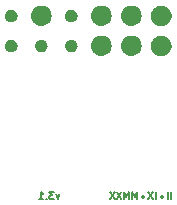
<source format=gbs>
%TF.GenerationSoftware,KiCad,Pcbnew,(5.1.2-1)-1*%
%TF.CreationDate,2020-09-09T12:48:07+02:00*%
%TF.ProjectId,RGB BYPASS AMP v3.1,52474220-4259-4504-9153-5320414d5020,2.21*%
%TF.SameCoordinates,Original*%
%TF.FileFunction,Soldermask,Bot*%
%TF.FilePolarity,Negative*%
%FSLAX46Y46*%
G04 Gerber Fmt 4.6, Leading zero omitted, Abs format (unit mm)*
G04 Created by KiCad (PCBNEW (5.1.2-1)-1) date 2020-09-09 12:48:07*
%MOMM*%
%LPD*%
G04 APERTURE LIST*
%ADD10C,0.150000*%
G04 APERTURE END LIST*
D10*
X74191428Y-148321428D02*
X74191428Y-147721428D01*
X73905714Y-148321428D02*
X73905714Y-147721428D01*
X73448571Y-148035714D02*
X73448571Y-148150000D01*
X73420000Y-148150000D02*
X73420000Y-148035714D01*
X73391428Y-148007142D02*
X73391428Y-148178571D01*
X73362857Y-148150000D02*
X73362857Y-148035714D01*
X73334285Y-148035714D02*
X73334285Y-148150000D01*
X73448571Y-148121428D02*
X73391428Y-148178571D01*
X73334285Y-148121428D01*
X73448571Y-148064285D02*
X73391428Y-148007142D01*
X73334285Y-148064285D01*
X73448571Y-148035714D02*
X73391428Y-148007142D01*
X73334285Y-148035714D01*
X73305714Y-148092857D01*
X73334285Y-148150000D01*
X73391428Y-148178571D01*
X73448571Y-148150000D01*
X73477142Y-148092857D01*
X73448571Y-148035714D01*
X72877142Y-148321428D02*
X72877142Y-147721428D01*
X72648571Y-147721428D02*
X72248571Y-148321428D01*
X72248571Y-147721428D02*
X72648571Y-148321428D01*
X71848571Y-148035714D02*
X71848571Y-148150000D01*
X71820000Y-148150000D02*
X71820000Y-148035714D01*
X71791428Y-148007142D02*
X71791428Y-148178571D01*
X71762857Y-148150000D02*
X71762857Y-148035714D01*
X71734285Y-148035714D02*
X71734285Y-148150000D01*
X71848571Y-148121428D02*
X71791428Y-148178571D01*
X71734285Y-148121428D01*
X71848571Y-148064285D02*
X71791428Y-148007142D01*
X71734285Y-148064285D01*
X71848571Y-148035714D02*
X71791428Y-148007142D01*
X71734285Y-148035714D01*
X71705714Y-148092857D01*
X71734285Y-148150000D01*
X71791428Y-148178571D01*
X71848571Y-148150000D01*
X71877142Y-148092857D01*
X71848571Y-148035714D01*
X71277142Y-148321428D02*
X71277142Y-147721428D01*
X71077142Y-148150000D01*
X70877142Y-147721428D01*
X70877142Y-148321428D01*
X70591428Y-148321428D02*
X70591428Y-147721428D01*
X70391428Y-148150000D01*
X70191428Y-147721428D01*
X70191428Y-148321428D01*
X69962857Y-147721428D02*
X69562857Y-148321428D01*
X69562857Y-147721428D02*
X69962857Y-148321428D01*
X69391428Y-147721428D02*
X68991428Y-148321428D01*
X68991428Y-147721428D02*
X69391428Y-148321428D01*
X64705714Y-147921428D02*
X64562857Y-148321428D01*
X64420000Y-147921428D01*
X64248571Y-147721428D02*
X63877142Y-147721428D01*
X64077142Y-147950000D01*
X63991428Y-147950000D01*
X63934285Y-147978571D01*
X63905714Y-148007142D01*
X63877142Y-148064285D01*
X63877142Y-148207142D01*
X63905714Y-148264285D01*
X63934285Y-148292857D01*
X63991428Y-148321428D01*
X64162857Y-148321428D01*
X64220000Y-148292857D01*
X64248571Y-148264285D01*
X63620000Y-148264285D02*
X63591428Y-148292857D01*
X63620000Y-148321428D01*
X63648571Y-148292857D01*
X63620000Y-148264285D01*
X63620000Y-148321428D01*
X63020000Y-148321428D02*
X63362857Y-148321428D01*
X63191428Y-148321428D02*
X63191428Y-147721428D01*
X63248571Y-147807142D01*
X63305714Y-147864285D01*
X63362857Y-147892857D01*
G36*
X73473442Y-134468407D02*
G01*
X73600231Y-134493626D01*
X73759465Y-134559583D01*
X73759468Y-134559585D01*
X73902780Y-134655343D01*
X74024657Y-134777220D01*
X74086483Y-134869749D01*
X74120417Y-134920535D01*
X74186374Y-135079769D01*
X74203023Y-135163470D01*
X74220000Y-135248820D01*
X74220000Y-135421180D01*
X74216670Y-135437919D01*
X74186374Y-135590231D01*
X74120417Y-135749465D01*
X74120415Y-135749468D01*
X74024657Y-135892780D01*
X73902780Y-136014657D01*
X73759468Y-136110415D01*
X73759465Y-136110417D01*
X73600231Y-136176374D01*
X73494836Y-136197338D01*
X73431180Y-136210000D01*
X73258820Y-136210000D01*
X73195164Y-136197338D01*
X73089769Y-136176374D01*
X72930535Y-136110417D01*
X72930532Y-136110415D01*
X72787220Y-136014657D01*
X72665343Y-135892780D01*
X72569585Y-135749468D01*
X72569583Y-135749465D01*
X72503626Y-135590231D01*
X72473330Y-135437919D01*
X72470000Y-135421180D01*
X72470000Y-135248820D01*
X72486977Y-135163470D01*
X72503626Y-135079769D01*
X72569583Y-134920535D01*
X72603517Y-134869749D01*
X72665343Y-134777220D01*
X72787220Y-134655343D01*
X72930532Y-134559585D01*
X72930535Y-134559583D01*
X73089769Y-134493626D01*
X73216558Y-134468407D01*
X73258820Y-134460000D01*
X73431180Y-134460000D01*
X73473442Y-134468407D01*
X73473442Y-134468407D01*
G37*
G36*
X70976530Y-134472661D02*
G01*
X71141468Y-134522695D01*
X71293476Y-134603944D01*
X71426712Y-134713288D01*
X71536056Y-134846524D01*
X71617305Y-134998532D01*
X71667339Y-135163470D01*
X71684233Y-135335000D01*
X71667339Y-135506530D01*
X71617305Y-135671468D01*
X71536056Y-135823476D01*
X71426712Y-135956712D01*
X71293476Y-136066056D01*
X71141468Y-136147305D01*
X70976530Y-136197339D01*
X70847979Y-136210000D01*
X70762021Y-136210000D01*
X70633470Y-136197339D01*
X70468532Y-136147305D01*
X70316524Y-136066056D01*
X70183288Y-135956712D01*
X70073944Y-135823476D01*
X69992695Y-135671468D01*
X69942661Y-135506530D01*
X69925767Y-135335000D01*
X69942661Y-135163470D01*
X69992695Y-134998532D01*
X70073944Y-134846524D01*
X70183288Y-134713288D01*
X70316524Y-134603944D01*
X70468532Y-134522695D01*
X70633470Y-134472661D01*
X70762021Y-134460000D01*
X70847979Y-134460000D01*
X70976530Y-134472661D01*
X70976530Y-134472661D01*
G37*
G36*
X68436530Y-134472661D02*
G01*
X68601468Y-134522695D01*
X68753476Y-134603944D01*
X68886712Y-134713288D01*
X68996056Y-134846524D01*
X69077305Y-134998532D01*
X69127339Y-135163470D01*
X69144233Y-135335000D01*
X69127339Y-135506530D01*
X69077305Y-135671468D01*
X68996056Y-135823476D01*
X68886712Y-135956712D01*
X68753476Y-136066056D01*
X68601468Y-136147305D01*
X68436530Y-136197339D01*
X68307979Y-136210000D01*
X68222021Y-136210000D01*
X68093470Y-136197339D01*
X67928532Y-136147305D01*
X67776524Y-136066056D01*
X67643288Y-135956712D01*
X67533944Y-135823476D01*
X67452695Y-135671468D01*
X67402661Y-135506530D01*
X67385767Y-135335000D01*
X67402661Y-135163470D01*
X67452695Y-134998532D01*
X67533944Y-134846524D01*
X67643288Y-134713288D01*
X67776524Y-134603944D01*
X67928532Y-134522695D01*
X68093470Y-134472661D01*
X68222021Y-134460000D01*
X68307979Y-134460000D01*
X68436530Y-134472661D01*
X68436530Y-134472661D01*
G37*
G36*
X65789353Y-134813798D02*
G01*
X65827919Y-134817597D01*
X65869386Y-134830176D01*
X65926881Y-134847617D01*
X66018086Y-134896367D01*
X66098027Y-134961973D01*
X66163633Y-135041914D01*
X66212383Y-135133119D01*
X66242403Y-135232082D01*
X66252540Y-135335000D01*
X66242403Y-135437918D01*
X66212383Y-135536881D01*
X66163633Y-135628086D01*
X66098027Y-135708027D01*
X66018086Y-135773633D01*
X65926881Y-135822383D01*
X65877399Y-135837393D01*
X65827919Y-135852403D01*
X65789353Y-135856202D01*
X65750788Y-135860000D01*
X65699212Y-135860000D01*
X65660647Y-135856202D01*
X65622081Y-135852403D01*
X65572601Y-135837393D01*
X65523119Y-135822383D01*
X65431914Y-135773633D01*
X65351973Y-135708027D01*
X65286367Y-135628086D01*
X65237617Y-135536881D01*
X65207597Y-135437918D01*
X65197460Y-135335000D01*
X65207597Y-135232082D01*
X65237617Y-135133119D01*
X65286367Y-135041914D01*
X65351973Y-134961973D01*
X65431914Y-134896367D01*
X65523119Y-134847617D01*
X65580614Y-134830176D01*
X65622081Y-134817597D01*
X65660647Y-134813798D01*
X65699212Y-134810000D01*
X65750788Y-134810000D01*
X65789353Y-134813798D01*
X65789353Y-134813798D01*
G37*
G36*
X63249353Y-134813798D02*
G01*
X63287919Y-134817597D01*
X63329386Y-134830176D01*
X63386881Y-134847617D01*
X63478086Y-134896367D01*
X63558027Y-134961973D01*
X63623633Y-135041914D01*
X63672383Y-135133119D01*
X63702403Y-135232082D01*
X63712540Y-135335000D01*
X63702403Y-135437918D01*
X63672383Y-135536881D01*
X63623633Y-135628086D01*
X63558027Y-135708027D01*
X63478086Y-135773633D01*
X63386881Y-135822383D01*
X63337399Y-135837393D01*
X63287919Y-135852403D01*
X63249353Y-135856202D01*
X63210788Y-135860000D01*
X63159212Y-135860000D01*
X63120647Y-135856202D01*
X63082081Y-135852403D01*
X63032601Y-135837393D01*
X62983119Y-135822383D01*
X62891914Y-135773633D01*
X62811973Y-135708027D01*
X62746367Y-135628086D01*
X62697617Y-135536881D01*
X62667597Y-135437918D01*
X62657460Y-135335000D01*
X62667597Y-135232082D01*
X62697617Y-135133119D01*
X62746367Y-135041914D01*
X62811973Y-134961973D01*
X62891914Y-134896367D01*
X62983119Y-134847617D01*
X63040614Y-134830176D01*
X63082081Y-134817597D01*
X63120647Y-134813798D01*
X63159212Y-134810000D01*
X63210788Y-134810000D01*
X63249353Y-134813798D01*
X63249353Y-134813798D01*
G37*
G36*
X60722065Y-134815044D02*
G01*
X60798140Y-134830176D01*
X60893677Y-134869749D01*
X60893678Y-134869750D01*
X60893681Y-134869751D01*
X60979668Y-134927206D01*
X61052794Y-135000332D01*
X61110249Y-135086319D01*
X61110250Y-135086322D01*
X61110251Y-135086323D01*
X61149824Y-135181860D01*
X61170000Y-135283293D01*
X61170000Y-135386707D01*
X61149824Y-135488140D01*
X61110251Y-135583677D01*
X61110249Y-135583681D01*
X61052794Y-135669668D01*
X60979668Y-135742794D01*
X60893681Y-135800249D01*
X60893678Y-135800250D01*
X60893677Y-135800251D01*
X60798140Y-135839824D01*
X60734900Y-135852403D01*
X60696708Y-135860000D01*
X60593292Y-135860000D01*
X60555100Y-135852403D01*
X60491860Y-135839824D01*
X60396323Y-135800251D01*
X60396322Y-135800250D01*
X60396319Y-135800249D01*
X60310332Y-135742794D01*
X60237206Y-135669668D01*
X60179751Y-135583681D01*
X60179749Y-135583677D01*
X60140176Y-135488140D01*
X60120000Y-135386707D01*
X60120000Y-135283293D01*
X60140176Y-135181860D01*
X60179749Y-135086323D01*
X60179750Y-135086322D01*
X60179751Y-135086319D01*
X60237206Y-135000332D01*
X60310332Y-134927206D01*
X60396319Y-134869751D01*
X60396322Y-134869750D01*
X60396323Y-134869749D01*
X60491860Y-134830176D01*
X60567935Y-134815044D01*
X60593292Y-134810000D01*
X60696708Y-134810000D01*
X60722065Y-134815044D01*
X60722065Y-134815044D01*
G37*
G36*
X73473442Y-131928407D02*
G01*
X73600231Y-131953626D01*
X73759465Y-132019583D01*
X73759468Y-132019585D01*
X73902780Y-132115343D01*
X74024657Y-132237220D01*
X74060041Y-132290176D01*
X74120417Y-132380535D01*
X74186374Y-132539769D01*
X74220000Y-132708821D01*
X74220000Y-132881179D01*
X74186374Y-133050231D01*
X74120417Y-133209465D01*
X74120415Y-133209468D01*
X74024657Y-133352780D01*
X73902780Y-133474657D01*
X73759468Y-133570415D01*
X73759465Y-133570417D01*
X73600231Y-133636374D01*
X73494836Y-133657338D01*
X73431180Y-133670000D01*
X73258820Y-133670000D01*
X73195164Y-133657338D01*
X73089769Y-133636374D01*
X72930535Y-133570417D01*
X72930532Y-133570415D01*
X72787220Y-133474657D01*
X72665343Y-133352780D01*
X72569585Y-133209468D01*
X72569583Y-133209465D01*
X72503626Y-133050231D01*
X72470000Y-132881179D01*
X72470000Y-132708821D01*
X72503626Y-132539769D01*
X72569583Y-132380535D01*
X72629959Y-132290176D01*
X72665343Y-132237220D01*
X72787220Y-132115343D01*
X72930532Y-132019585D01*
X72930535Y-132019583D01*
X73089769Y-131953626D01*
X73216558Y-131928407D01*
X73258820Y-131920000D01*
X73431180Y-131920000D01*
X73473442Y-131928407D01*
X73473442Y-131928407D01*
G37*
G36*
X70976530Y-131932661D02*
G01*
X71141468Y-131982695D01*
X71293476Y-132063944D01*
X71426712Y-132173288D01*
X71536056Y-132306524D01*
X71617305Y-132458532D01*
X71667339Y-132623470D01*
X71684233Y-132795000D01*
X71667339Y-132966530D01*
X71617305Y-133131468D01*
X71536056Y-133283476D01*
X71426712Y-133416712D01*
X71293476Y-133526056D01*
X71141468Y-133607305D01*
X70976530Y-133657339D01*
X70847979Y-133670000D01*
X70762021Y-133670000D01*
X70633470Y-133657339D01*
X70468532Y-133607305D01*
X70316524Y-133526056D01*
X70183288Y-133416712D01*
X70073944Y-133283476D01*
X69992695Y-133131468D01*
X69942661Y-132966530D01*
X69925767Y-132795000D01*
X69942661Y-132623470D01*
X69992695Y-132458532D01*
X70073944Y-132306524D01*
X70183288Y-132173288D01*
X70316524Y-132063944D01*
X70468532Y-131982695D01*
X70633470Y-131932661D01*
X70762021Y-131920000D01*
X70847979Y-131920000D01*
X70976530Y-131932661D01*
X70976530Y-131932661D01*
G37*
G36*
X68436530Y-131932661D02*
G01*
X68601468Y-131982695D01*
X68753476Y-132063944D01*
X68886712Y-132173288D01*
X68996056Y-132306524D01*
X69077305Y-132458532D01*
X69127339Y-132623470D01*
X69144233Y-132795000D01*
X69127339Y-132966530D01*
X69077305Y-133131468D01*
X68996056Y-133283476D01*
X68886712Y-133416712D01*
X68753476Y-133526056D01*
X68601468Y-133607305D01*
X68436530Y-133657339D01*
X68307979Y-133670000D01*
X68222021Y-133670000D01*
X68093470Y-133657339D01*
X67928532Y-133607305D01*
X67776524Y-133526056D01*
X67643288Y-133416712D01*
X67533944Y-133283476D01*
X67452695Y-133131468D01*
X67402661Y-132966530D01*
X67385767Y-132795000D01*
X67402661Y-132623470D01*
X67452695Y-132458532D01*
X67533944Y-132306524D01*
X67643288Y-132173288D01*
X67776524Y-132063944D01*
X67928532Y-131982695D01*
X68093470Y-131932661D01*
X68222021Y-131920000D01*
X68307979Y-131920000D01*
X68436530Y-131932661D01*
X68436530Y-131932661D01*
G37*
G36*
X63356530Y-131932661D02*
G01*
X63521468Y-131982695D01*
X63673476Y-132063944D01*
X63806712Y-132173288D01*
X63916056Y-132306524D01*
X63997305Y-132458532D01*
X64047339Y-132623470D01*
X64064233Y-132795000D01*
X64047339Y-132966530D01*
X63997305Y-133131468D01*
X63916056Y-133283476D01*
X63806712Y-133416712D01*
X63673476Y-133526056D01*
X63521468Y-133607305D01*
X63356530Y-133657339D01*
X63227979Y-133670000D01*
X63142021Y-133670000D01*
X63013470Y-133657339D01*
X62848532Y-133607305D01*
X62696524Y-133526056D01*
X62563288Y-133416712D01*
X62453944Y-133283476D01*
X62372695Y-133131468D01*
X62322661Y-132966530D01*
X62305767Y-132795000D01*
X62322661Y-132623470D01*
X62372695Y-132458532D01*
X62453944Y-132306524D01*
X62563288Y-132173288D01*
X62696524Y-132063944D01*
X62848532Y-131982695D01*
X63013470Y-131932661D01*
X63142021Y-131920000D01*
X63227979Y-131920000D01*
X63356530Y-131932661D01*
X63356530Y-131932661D01*
G37*
G36*
X65802065Y-132275044D02*
G01*
X65878140Y-132290176D01*
X65973677Y-132329749D01*
X65973678Y-132329750D01*
X65973681Y-132329751D01*
X66059668Y-132387206D01*
X66132794Y-132460332D01*
X66190249Y-132546319D01*
X66190250Y-132546322D01*
X66190251Y-132546323D01*
X66229824Y-132641860D01*
X66250000Y-132743293D01*
X66250000Y-132846707D01*
X66229824Y-132948140D01*
X66190251Y-133043677D01*
X66190249Y-133043681D01*
X66132794Y-133129668D01*
X66059668Y-133202794D01*
X65973681Y-133260249D01*
X65973678Y-133260250D01*
X65973677Y-133260251D01*
X65878140Y-133299824D01*
X65802065Y-133314956D01*
X65776708Y-133320000D01*
X65673292Y-133320000D01*
X65647935Y-133314956D01*
X65571860Y-133299824D01*
X65476323Y-133260251D01*
X65476322Y-133260250D01*
X65476319Y-133260249D01*
X65390332Y-133202794D01*
X65317206Y-133129668D01*
X65259751Y-133043681D01*
X65259749Y-133043677D01*
X65220176Y-132948140D01*
X65200000Y-132846707D01*
X65200000Y-132743293D01*
X65220176Y-132641860D01*
X65259749Y-132546323D01*
X65259750Y-132546322D01*
X65259751Y-132546319D01*
X65317206Y-132460332D01*
X65390332Y-132387206D01*
X65476319Y-132329751D01*
X65476322Y-132329750D01*
X65476323Y-132329749D01*
X65571860Y-132290176D01*
X65647935Y-132275044D01*
X65673292Y-132270000D01*
X65776708Y-132270000D01*
X65802065Y-132275044D01*
X65802065Y-132275044D01*
G37*
G36*
X60722065Y-132275044D02*
G01*
X60798140Y-132290176D01*
X60893677Y-132329749D01*
X60893678Y-132329750D01*
X60893681Y-132329751D01*
X60979668Y-132387206D01*
X61052794Y-132460332D01*
X61110249Y-132546319D01*
X61110250Y-132546322D01*
X61110251Y-132546323D01*
X61149824Y-132641860D01*
X61170000Y-132743293D01*
X61170000Y-132846707D01*
X61149824Y-132948140D01*
X61110251Y-133043677D01*
X61110249Y-133043681D01*
X61052794Y-133129668D01*
X60979668Y-133202794D01*
X60893681Y-133260249D01*
X60893678Y-133260250D01*
X60893677Y-133260251D01*
X60798140Y-133299824D01*
X60722065Y-133314956D01*
X60696708Y-133320000D01*
X60593292Y-133320000D01*
X60567935Y-133314956D01*
X60491860Y-133299824D01*
X60396323Y-133260251D01*
X60396322Y-133260250D01*
X60396319Y-133260249D01*
X60310332Y-133202794D01*
X60237206Y-133129668D01*
X60179751Y-133043681D01*
X60179749Y-133043677D01*
X60140176Y-132948140D01*
X60120000Y-132846707D01*
X60120000Y-132743293D01*
X60140176Y-132641860D01*
X60179749Y-132546323D01*
X60179750Y-132546322D01*
X60179751Y-132546319D01*
X60237206Y-132460332D01*
X60310332Y-132387206D01*
X60396319Y-132329751D01*
X60396322Y-132329750D01*
X60396323Y-132329749D01*
X60491860Y-132290176D01*
X60567935Y-132275044D01*
X60593292Y-132270000D01*
X60696708Y-132270000D01*
X60722065Y-132275044D01*
X60722065Y-132275044D01*
G37*
M02*

</source>
